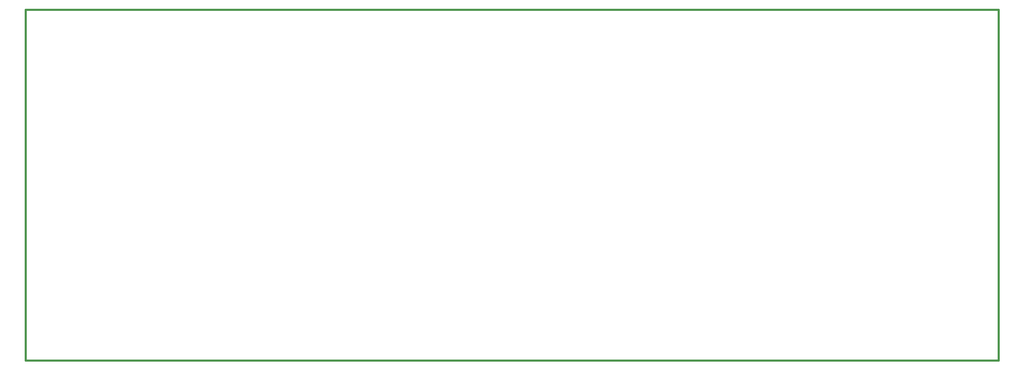
<source format=gm1>
G04 #@! TF.GenerationSoftware,KiCad,Pcbnew,(2018-02-14 revision 6afdf1cf8)-makepkg*
G04 #@! TF.CreationDate,2018-02-15T17:47:45+13:00*
G04 #@! TF.ProjectId,arduino-ads129x,61726475696E6F2D616473313239782E,rev?*
G04 #@! TF.SameCoordinates,Original*
G04 #@! TF.FileFunction,Profile,NP*
%FSLAX46Y46*%
G04 Gerber Fmt 4.6, Leading zero omitted, Abs format (unit mm)*
G04 Created by KiCad (PCBNEW (2018-02-14 revision 6afdf1cf8)-makepkg) date 02/15/18 17:47:45*
%MOMM*%
%LPD*%
G01*
G04 APERTURE LIST*
%ADD10C,0.381000*%
G04 APERTURE END LIST*
D10*
X235000800Y-48999140D02*
X38000940Y-48999140D01*
X235000800Y-119999760D02*
X235000800Y-48999140D01*
X38000940Y-119999760D02*
X235000800Y-119999760D01*
X38000940Y-48999140D02*
X38000940Y-119999760D01*
M02*

</source>
